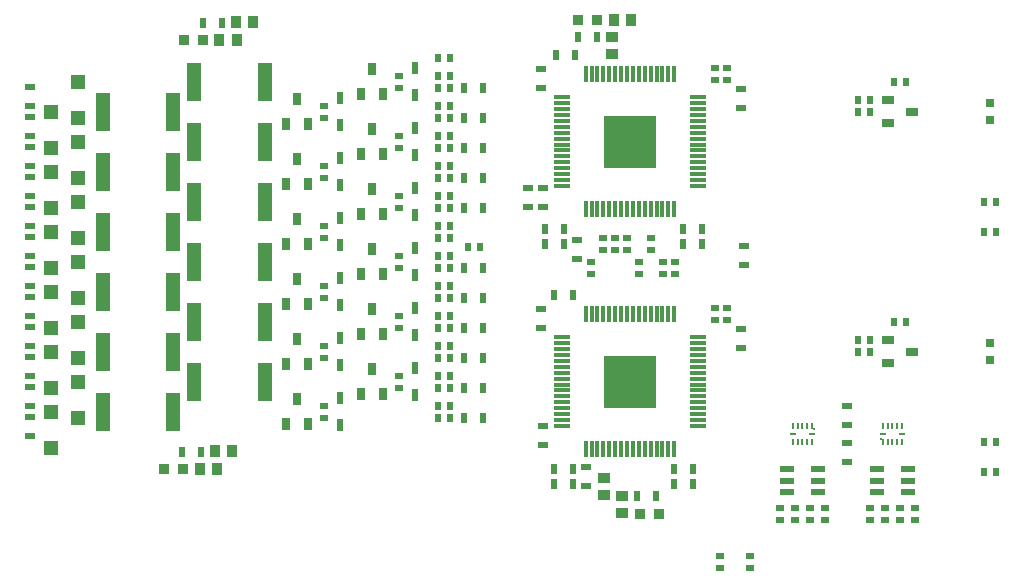
<source format=gtp>
G04*
G04 #@! TF.GenerationSoftware,Altium Limited,Altium Designer,21.6.4 (81)*
G04*
G04 Layer_Color=8421504*
%FSLAX25Y25*%
%MOIN*%
G70*
G04*
G04 #@! TF.SameCoordinates,D21CAB57-D7DD-4798-A039-69392B5906F0*
G04*
G04*
G04 #@! TF.FilePolarity,Positive*
G04*
G01*
G75*
%ADD15R,0.05807X0.01181*%
%ADD16R,0.01181X0.05807*%
%ADD17R,0.17717X0.17717*%
%ADD18R,0.04528X0.02362*%
%ADD19R,0.00787X0.02362*%
%ADD20R,0.02362X0.00787*%
%ADD21R,0.00787X0.00591*%
%ADD22R,0.02362X0.02756*%
%ADD23R,0.03701X0.02126*%
%ADD24R,0.02126X0.03701*%
%ADD25R,0.02559X0.04331*%
%ADD26R,0.04921X0.12992*%
%ADD27R,0.01968X0.04134*%
%ADD28R,0.04606X0.04961*%
%ADD29R,0.02756X0.02362*%
%ADD30R,0.03150X0.03150*%
%ADD31R,0.04331X0.02559*%
%ADD32R,0.03543X0.03740*%
%ADD33R,0.03347X0.03937*%
%ADD34R,0.03937X0.03347*%
D15*
X237409Y84764D02*
D03*
Y82795D02*
D03*
Y80827D02*
D03*
Y78858D02*
D03*
Y76890D02*
D03*
Y74921D02*
D03*
Y72953D02*
D03*
Y70984D02*
D03*
Y69016D02*
D03*
Y67047D02*
D03*
Y65079D02*
D03*
Y63110D02*
D03*
Y61142D02*
D03*
Y59173D02*
D03*
Y57205D02*
D03*
Y55236D02*
D03*
X282591D02*
D03*
Y57205D02*
D03*
Y59173D02*
D03*
Y61142D02*
D03*
Y63110D02*
D03*
Y65079D02*
D03*
Y67047D02*
D03*
Y69016D02*
D03*
Y70984D02*
D03*
Y72953D02*
D03*
Y74921D02*
D03*
Y76890D02*
D03*
Y78858D02*
D03*
Y80827D02*
D03*
Y82795D02*
D03*
Y84764D02*
D03*
Y164764D02*
D03*
Y162795D02*
D03*
Y160827D02*
D03*
Y158858D02*
D03*
Y156890D02*
D03*
Y154921D02*
D03*
Y152953D02*
D03*
Y150984D02*
D03*
Y149016D02*
D03*
Y147047D02*
D03*
Y145079D02*
D03*
Y143110D02*
D03*
Y141142D02*
D03*
Y139173D02*
D03*
Y137205D02*
D03*
Y135236D02*
D03*
X237409D02*
D03*
Y137205D02*
D03*
Y139173D02*
D03*
Y141142D02*
D03*
Y143110D02*
D03*
Y145079D02*
D03*
Y147047D02*
D03*
Y149016D02*
D03*
Y150984D02*
D03*
Y152953D02*
D03*
Y154921D02*
D03*
Y156890D02*
D03*
Y158858D02*
D03*
Y160827D02*
D03*
Y162795D02*
D03*
Y164764D02*
D03*
D16*
X245236Y47409D02*
D03*
X247205D02*
D03*
X249173D02*
D03*
X251142D02*
D03*
X253110D02*
D03*
X255079D02*
D03*
X257047D02*
D03*
X259016D02*
D03*
X260984D02*
D03*
X262953D02*
D03*
X264921D02*
D03*
X266890D02*
D03*
X268858D02*
D03*
X270827D02*
D03*
X272795D02*
D03*
X274764D02*
D03*
Y92590D02*
D03*
X272795D02*
D03*
X270827D02*
D03*
X268858D02*
D03*
X266890D02*
D03*
X264921D02*
D03*
X262953D02*
D03*
X260984D02*
D03*
X259016D02*
D03*
X257047D02*
D03*
X255079D02*
D03*
X253110D02*
D03*
X251142D02*
D03*
X249173D02*
D03*
X247205D02*
D03*
X245236D02*
D03*
Y172591D02*
D03*
X247205D02*
D03*
X249173D02*
D03*
X251142D02*
D03*
X253110D02*
D03*
X255079D02*
D03*
X257047D02*
D03*
X259016D02*
D03*
X260984D02*
D03*
X262953D02*
D03*
X264921D02*
D03*
X266890D02*
D03*
X268858D02*
D03*
X270827D02*
D03*
X272795D02*
D03*
X274764D02*
D03*
Y127409D02*
D03*
X272795D02*
D03*
X270827D02*
D03*
X268858D02*
D03*
X266890D02*
D03*
X264921D02*
D03*
X262953D02*
D03*
X260984D02*
D03*
X259016D02*
D03*
X257047D02*
D03*
X255079D02*
D03*
X253110D02*
D03*
X251142D02*
D03*
X249173D02*
D03*
X247205D02*
D03*
X245236D02*
D03*
D17*
X260000Y70000D02*
D03*
Y150000D02*
D03*
D18*
X312382Y33260D02*
D03*
Y37000D02*
D03*
Y40740D02*
D03*
X322618D02*
D03*
Y37000D02*
D03*
Y33260D02*
D03*
X342382D02*
D03*
Y37000D02*
D03*
Y40740D02*
D03*
X352618D02*
D03*
Y37000D02*
D03*
Y33260D02*
D03*
D19*
X344350Y49941D02*
D03*
X345925D02*
D03*
X347500D02*
D03*
X349075D02*
D03*
X350650D02*
D03*
Y55059D02*
D03*
X349075D02*
D03*
X347500D02*
D03*
X345925D02*
D03*
X344350D02*
D03*
X320650Y49941D02*
D03*
X319075D02*
D03*
X317500D02*
D03*
X315925D02*
D03*
X314350D02*
D03*
Y55059D02*
D03*
X315925D02*
D03*
X317500D02*
D03*
X319075D02*
D03*
X320650D02*
D03*
D20*
X350650Y52500D02*
D03*
X344350D02*
D03*
X320650D02*
D03*
X314350D02*
D03*
D21*
X343563Y50827D02*
D03*
X321437Y54173D02*
D03*
D22*
X378031Y130000D02*
D03*
X381968D02*
D03*
X378031Y120000D02*
D03*
X381968D02*
D03*
X351969Y170000D02*
D03*
X348031D02*
D03*
X339968Y164000D02*
D03*
X336032D02*
D03*
X339968Y160000D02*
D03*
X336032D02*
D03*
X196031Y178000D02*
D03*
X199969D02*
D03*
X196031Y172000D02*
D03*
X199969D02*
D03*
X196031Y168000D02*
D03*
X199969D02*
D03*
X196031Y162000D02*
D03*
X199969D02*
D03*
X196031Y158000D02*
D03*
X199969D02*
D03*
X196031Y152000D02*
D03*
X199969D02*
D03*
X196031Y148000D02*
D03*
X199969D02*
D03*
X196031Y142000D02*
D03*
X199969D02*
D03*
X196031Y138000D02*
D03*
X199969D02*
D03*
X196031Y132000D02*
D03*
X199969D02*
D03*
X196031Y128000D02*
D03*
X199969D02*
D03*
X196031Y122000D02*
D03*
X199969D02*
D03*
X196031Y118000D02*
D03*
X199969D02*
D03*
X351969Y90000D02*
D03*
X348031D02*
D03*
X378031Y50000D02*
D03*
X381968D02*
D03*
X339968Y84000D02*
D03*
X336032D02*
D03*
X378031Y40000D02*
D03*
X381968D02*
D03*
X339968Y80000D02*
D03*
X336032D02*
D03*
X206063Y115000D02*
D03*
X210000D02*
D03*
X196031Y112000D02*
D03*
X199969D02*
D03*
X196031Y108000D02*
D03*
X199969D02*
D03*
X196031Y102000D02*
D03*
X199969D02*
D03*
X196031Y98000D02*
D03*
X199969D02*
D03*
X196031Y92000D02*
D03*
X199969D02*
D03*
X196031Y88000D02*
D03*
X199969D02*
D03*
X196031Y82000D02*
D03*
X199969D02*
D03*
X196031Y78000D02*
D03*
X199969D02*
D03*
X196031Y72000D02*
D03*
X199969D02*
D03*
X196031Y68000D02*
D03*
X199969D02*
D03*
X196031Y62000D02*
D03*
X199969D02*
D03*
X196031Y58000D02*
D03*
X199969D02*
D03*
D23*
X230500Y167850D02*
D03*
Y174150D02*
D03*
X332500Y43201D02*
D03*
Y49500D02*
D03*
Y61799D02*
D03*
Y55500D02*
D03*
X60000Y58150D02*
D03*
Y51850D02*
D03*
Y161850D02*
D03*
Y168150D02*
D03*
Y151850D02*
D03*
Y158150D02*
D03*
Y141850D02*
D03*
Y148150D02*
D03*
Y131850D02*
D03*
Y138150D02*
D03*
Y121850D02*
D03*
Y128150D02*
D03*
Y111850D02*
D03*
Y118150D02*
D03*
Y101850D02*
D03*
Y108150D02*
D03*
Y91850D02*
D03*
Y98150D02*
D03*
Y81850D02*
D03*
Y88150D02*
D03*
Y71850D02*
D03*
Y78150D02*
D03*
Y61850D02*
D03*
Y68150D02*
D03*
X298000Y108850D02*
D03*
Y115150D02*
D03*
X242500Y110850D02*
D03*
Y117150D02*
D03*
X297000Y167650D02*
D03*
Y161350D02*
D03*
X231000Y128350D02*
D03*
Y134650D02*
D03*
X226000Y128350D02*
D03*
Y134650D02*
D03*
X230500Y94150D02*
D03*
Y87850D02*
D03*
X297000Y87650D02*
D03*
Y81350D02*
D03*
X245500Y35350D02*
D03*
Y41650D02*
D03*
X231000Y48850D02*
D03*
Y55150D02*
D03*
D24*
X204850Y138000D02*
D03*
X211150D02*
D03*
X204850Y148000D02*
D03*
X211150D02*
D03*
X235350Y179000D02*
D03*
X241650D02*
D03*
X211150Y168000D02*
D03*
X204850D02*
D03*
X249150Y185000D02*
D03*
X242850D02*
D03*
X124150Y189500D02*
D03*
X117850D02*
D03*
X211150Y158000D02*
D03*
X204850D02*
D03*
X211150Y128000D02*
D03*
X204850D02*
D03*
X284150Y121000D02*
D03*
X277850D02*
D03*
X284150Y116000D02*
D03*
X277850D02*
D03*
X231850D02*
D03*
X238150D02*
D03*
X231850Y121000D02*
D03*
X238150D02*
D03*
X234850Y99000D02*
D03*
X241150D02*
D03*
X211150Y108000D02*
D03*
X204850D02*
D03*
X117150Y46500D02*
D03*
X110850D02*
D03*
X262350Y32000D02*
D03*
X268650D02*
D03*
X211150Y98000D02*
D03*
X204850D02*
D03*
X211150Y88000D02*
D03*
X204850D02*
D03*
X211150Y78000D02*
D03*
X204850D02*
D03*
X211150Y68000D02*
D03*
X204850D02*
D03*
X281150Y41000D02*
D03*
X274850D02*
D03*
X281150Y36000D02*
D03*
X274850D02*
D03*
X234850D02*
D03*
X241150D02*
D03*
X234850Y41000D02*
D03*
X241150D02*
D03*
X211150Y58000D02*
D03*
X204850D02*
D03*
D25*
X145220Y115866D02*
D03*
X152779D02*
D03*
X149000Y124134D02*
D03*
X174000Y174134D02*
D03*
X177779Y165866D02*
D03*
X170220D02*
D03*
X149000Y164134D02*
D03*
X152779Y155866D02*
D03*
X145220D02*
D03*
X174000Y154134D02*
D03*
X177779Y145866D02*
D03*
X170220D02*
D03*
X149000Y144134D02*
D03*
X152779Y135866D02*
D03*
X145220D02*
D03*
X174000Y134134D02*
D03*
X177779Y125866D02*
D03*
X170220D02*
D03*
X174000Y114134D02*
D03*
X177779Y105866D02*
D03*
X170220D02*
D03*
X149000Y104134D02*
D03*
X152779Y95866D02*
D03*
X145220D02*
D03*
X174000Y94134D02*
D03*
X177779Y85866D02*
D03*
X170220D02*
D03*
X149000Y84134D02*
D03*
X152779Y75866D02*
D03*
X145220D02*
D03*
X174000Y74134D02*
D03*
X177779Y65866D02*
D03*
X170220D02*
D03*
X149000Y64134D02*
D03*
X152779Y55866D02*
D03*
X145220D02*
D03*
D26*
X107811Y120000D02*
D03*
X84189D02*
D03*
X138311Y170000D02*
D03*
X114689D02*
D03*
X84189Y160000D02*
D03*
X107811D02*
D03*
X114689Y150000D02*
D03*
X138311D02*
D03*
X84189Y140000D02*
D03*
X107811D02*
D03*
X114689Y130000D02*
D03*
X138311D02*
D03*
X114689Y110000D02*
D03*
X138311D02*
D03*
X84189Y100000D02*
D03*
X107811D02*
D03*
X114689Y90000D02*
D03*
X138311D02*
D03*
X84189Y80000D02*
D03*
X107811D02*
D03*
X114689Y70000D02*
D03*
X138311D02*
D03*
X84189Y60000D02*
D03*
X107811D02*
D03*
D27*
X188500Y174480D02*
D03*
Y165520D02*
D03*
X163500Y164480D02*
D03*
Y155520D02*
D03*
X188500Y154480D02*
D03*
Y145520D02*
D03*
X163500Y144480D02*
D03*
Y135520D02*
D03*
X188500Y134480D02*
D03*
Y125520D02*
D03*
X163500Y124480D02*
D03*
Y115520D02*
D03*
X188500Y114480D02*
D03*
Y105520D02*
D03*
X163500Y104480D02*
D03*
Y95520D02*
D03*
X188500Y94480D02*
D03*
Y85520D02*
D03*
X163500Y84480D02*
D03*
Y75520D02*
D03*
X188500Y74480D02*
D03*
Y65520D02*
D03*
X163500Y64480D02*
D03*
Y55520D02*
D03*
D28*
X76000Y157992D02*
D03*
Y170000D02*
D03*
X67000Y147992D02*
D03*
Y160000D02*
D03*
X76000Y137992D02*
D03*
Y150000D02*
D03*
X67000Y127992D02*
D03*
Y140000D02*
D03*
X76000Y117992D02*
D03*
Y130000D02*
D03*
X67000Y107992D02*
D03*
Y120000D02*
D03*
X76000Y97996D02*
D03*
Y110004D02*
D03*
X67000Y87992D02*
D03*
Y100000D02*
D03*
X76000Y77992D02*
D03*
Y90000D02*
D03*
X67000Y67992D02*
D03*
Y80000D02*
D03*
X76000Y57992D02*
D03*
Y70000D02*
D03*
X67000Y47992D02*
D03*
Y60000D02*
D03*
D29*
X183000Y168032D02*
D03*
Y171968D02*
D03*
X158000Y158031D02*
D03*
Y161969D02*
D03*
X183000Y148031D02*
D03*
Y151969D02*
D03*
X158000Y138031D02*
D03*
Y141969D02*
D03*
X183000Y128032D02*
D03*
Y131968D02*
D03*
X158000Y118032D02*
D03*
Y121968D02*
D03*
X183000Y108031D02*
D03*
Y111969D02*
D03*
X158000Y98032D02*
D03*
Y101969D02*
D03*
X183000Y88032D02*
D03*
Y91969D02*
D03*
X158000Y78031D02*
D03*
Y81968D02*
D03*
X183000Y68032D02*
D03*
Y71969D02*
D03*
X158000Y58031D02*
D03*
Y61968D02*
D03*
X267000Y114032D02*
D03*
Y117968D02*
D03*
X259000Y114032D02*
D03*
Y117968D02*
D03*
X255000Y114032D02*
D03*
Y117968D02*
D03*
X251000Y114032D02*
D03*
Y117968D02*
D03*
X275000Y106032D02*
D03*
Y109968D02*
D03*
X271000Y106032D02*
D03*
Y109968D02*
D03*
X263000Y106032D02*
D03*
Y109968D02*
D03*
X247000Y106032D02*
D03*
Y109968D02*
D03*
X340000Y27968D02*
D03*
Y24032D02*
D03*
X345000Y27968D02*
D03*
Y24032D02*
D03*
X350000Y27968D02*
D03*
Y24032D02*
D03*
X355000Y27968D02*
D03*
Y24032D02*
D03*
X300000Y11969D02*
D03*
Y8032D02*
D03*
X290000Y11969D02*
D03*
Y8032D02*
D03*
X325000Y27968D02*
D03*
Y24032D02*
D03*
X320000Y27968D02*
D03*
Y24032D02*
D03*
X315000Y27968D02*
D03*
Y24032D02*
D03*
X310000Y27968D02*
D03*
Y24032D02*
D03*
X288500Y170500D02*
D03*
Y174437D02*
D03*
X292500Y170500D02*
D03*
Y174437D02*
D03*
X288500Y90531D02*
D03*
Y94468D02*
D03*
X292500Y90531D02*
D03*
Y94468D02*
D03*
D30*
X380000Y162953D02*
D03*
Y157047D02*
D03*
Y82953D02*
D03*
Y77047D02*
D03*
D31*
X354134Y160000D02*
D03*
X345866Y156220D02*
D03*
Y163779D02*
D03*
X354134Y80000D02*
D03*
X345866Y76221D02*
D03*
Y83780D02*
D03*
D32*
X242850Y190500D02*
D03*
X249150D02*
D03*
X111350Y184000D02*
D03*
X117650D02*
D03*
X104850Y41000D02*
D03*
X111150D02*
D03*
X269650Y26000D02*
D03*
X263350D02*
D03*
D33*
X254547Y190500D02*
D03*
X260453D02*
D03*
X123047Y184000D02*
D03*
X128953D02*
D03*
X128547Y190000D02*
D03*
X134453D02*
D03*
X116547Y41000D02*
D03*
X122453D02*
D03*
X121547Y47000D02*
D03*
X127453D02*
D03*
D34*
X254000Y184953D02*
D03*
Y179047D02*
D03*
X257500Y26047D02*
D03*
Y31953D02*
D03*
X251500Y32047D02*
D03*
Y37953D02*
D03*
M02*

</source>
